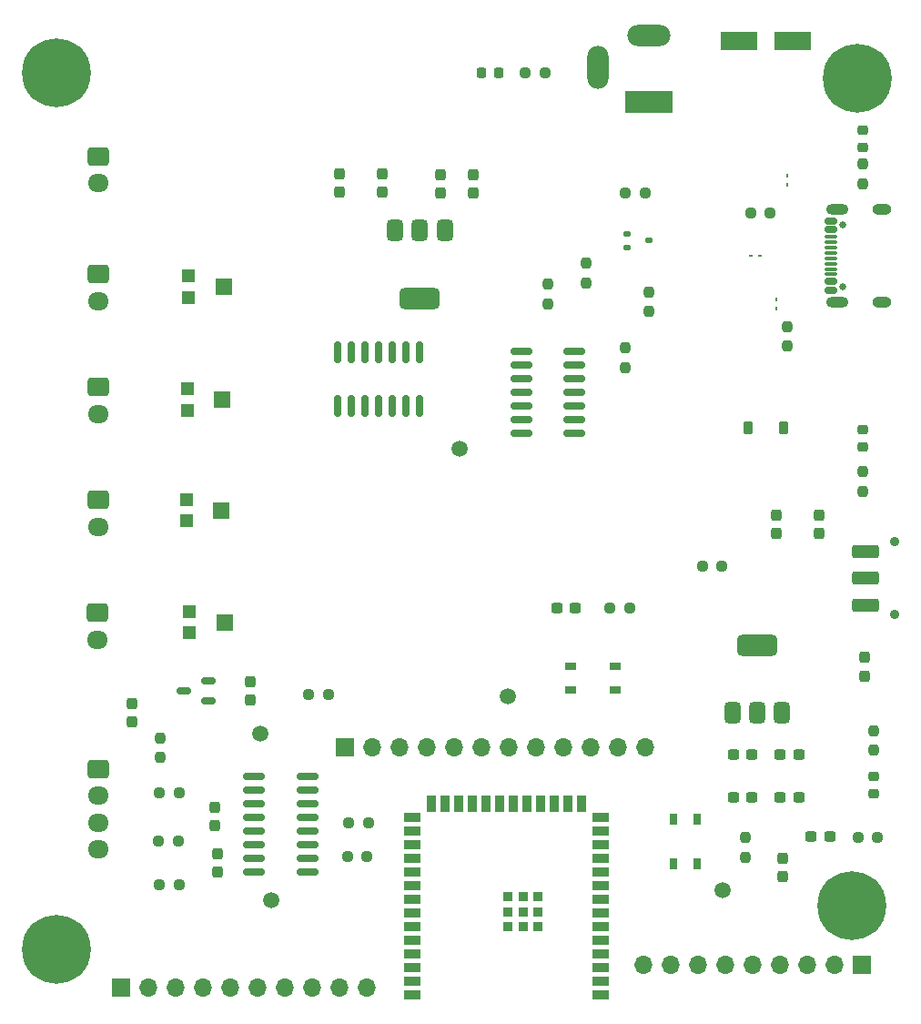
<source format=gbr>
%TF.GenerationSoftware,KiCad,Pcbnew,8.0.6*%
%TF.CreationDate,2024-11-20T22:28:01-08:00*%
%TF.ProjectId,project_rev5,70726f6a-6563-4745-9f72-6576352e6b69,REV5*%
%TF.SameCoordinates,Original*%
%TF.FileFunction,Soldermask,Top*%
%TF.FilePolarity,Negative*%
%FSLAX46Y46*%
G04 Gerber Fmt 4.6, Leading zero omitted, Abs format (unit mm)*
G04 Created by KiCad (PCBNEW 8.0.6) date 2024-11-20 22:28:01*
%MOMM*%
%LPD*%
G01*
G04 APERTURE LIST*
G04 Aperture macros list*
%AMRoundRect*
0 Rectangle with rounded corners*
0 $1 Rounding radius*
0 $2 $3 $4 $5 $6 $7 $8 $9 X,Y pos of 4 corners*
0 Add a 4 corners polygon primitive as box body*
4,1,4,$2,$3,$4,$5,$6,$7,$8,$9,$2,$3,0*
0 Add four circle primitives for the rounded corners*
1,1,$1+$1,$2,$3*
1,1,$1+$1,$4,$5*
1,1,$1+$1,$6,$7*
1,1,$1+$1,$8,$9*
0 Add four rect primitives between the rounded corners*
20,1,$1+$1,$2,$3,$4,$5,0*
20,1,$1+$1,$4,$5,$6,$7,0*
20,1,$1+$1,$6,$7,$8,$9,0*
20,1,$1+$1,$8,$9,$2,$3,0*%
G04 Aperture macros list end*
%ADD10O,2.000000X4.000000*%
%ADD11O,4.000000X2.000000*%
%ADD12R,4.500000X2.000000*%
%ADD13C,0.900000*%
%ADD14RoundRect,0.250000X1.000000X-0.375000X1.000000X0.375000X-1.000000X0.375000X-1.000000X-0.375000X0*%
%ADD15RoundRect,0.237500X-0.237500X0.250000X-0.237500X-0.250000X0.237500X-0.250000X0.237500X0.250000X0*%
%ADD16RoundRect,0.237500X0.250000X0.237500X-0.250000X0.237500X-0.250000X-0.237500X0.250000X-0.237500X0*%
%ADD17C,0.650000*%
%ADD18RoundRect,0.150000X0.425000X-0.150000X0.425000X0.150000X-0.425000X0.150000X-0.425000X-0.150000X0*%
%ADD19RoundRect,0.075000X0.500000X-0.075000X0.500000X0.075000X-0.500000X0.075000X-0.500000X-0.075000X0*%
%ADD20O,2.100000X1.000000*%
%ADD21O,1.800000X1.000000*%
%ADD22C,6.400000*%
%ADD23RoundRect,0.237500X0.237500X-0.300000X0.237500X0.300000X-0.237500X0.300000X-0.237500X-0.300000X0*%
%ADD24C,1.500000*%
%ADD25RoundRect,0.250000X-0.725000X0.600000X-0.725000X-0.600000X0.725000X-0.600000X0.725000X0.600000X0*%
%ADD26O,1.950000X1.700000*%
%ADD27RoundRect,0.237500X-0.250000X-0.237500X0.250000X-0.237500X0.250000X0.237500X-0.250000X0.237500X0*%
%ADD28RoundRect,0.218750X0.256250X-0.218750X0.256250X0.218750X-0.256250X0.218750X-0.256250X-0.218750X0*%
%ADD29R,1.200000X1.200000*%
%ADD30R,1.500000X1.600000*%
%ADD31RoundRect,0.218750X-0.218750X-0.256250X0.218750X-0.256250X0.218750X0.256250X-0.218750X0.256250X0*%
%ADD32R,1.700000X1.700000*%
%ADD33O,1.700000X1.700000*%
%ADD34RoundRect,0.150000X0.512500X0.150000X-0.512500X0.150000X-0.512500X-0.150000X0.512500X-0.150000X0*%
%ADD35RoundRect,0.237500X0.237500X-0.250000X0.237500X0.250000X-0.237500X0.250000X-0.237500X-0.250000X0*%
%ADD36RoundRect,0.218750X-0.256250X0.218750X-0.256250X-0.218750X0.256250X-0.218750X0.256250X0.218750X0*%
%ADD37RoundRect,0.375000X-0.375000X0.625000X-0.375000X-0.625000X0.375000X-0.625000X0.375000X0.625000X0*%
%ADD38RoundRect,0.500000X-1.400000X0.500000X-1.400000X-0.500000X1.400000X-0.500000X1.400000X0.500000X0*%
%ADD39R,0.660400X1.041400*%
%ADD40RoundRect,0.237500X-0.237500X0.300000X-0.237500X-0.300000X0.237500X-0.300000X0.237500X0.300000X0*%
%ADD41R,1.500000X0.900000*%
%ADD42R,0.900000X1.500000*%
%ADD43R,0.900000X0.900000*%
%ADD44R,1.041400X0.660400*%
%ADD45RoundRect,0.225000X-0.225000X-0.375000X0.225000X-0.375000X0.225000X0.375000X-0.225000X0.375000X0*%
%ADD46R,3.400000X1.800000*%
%ADD47RoundRect,0.062500X-0.062500X0.117500X-0.062500X-0.117500X0.062500X-0.117500X0.062500X0.117500X0*%
%ADD48RoundRect,0.150000X-0.825000X-0.150000X0.825000X-0.150000X0.825000X0.150000X-0.825000X0.150000X0*%
%ADD49RoundRect,0.237500X-0.300000X-0.237500X0.300000X-0.237500X0.300000X0.237500X-0.300000X0.237500X0*%
%ADD50RoundRect,0.112500X-0.237500X0.112500X-0.237500X-0.112500X0.237500X-0.112500X0.237500X0.112500X0*%
%ADD51RoundRect,0.150000X-0.150000X0.825000X-0.150000X-0.825000X0.150000X-0.825000X0.150000X0.825000X0*%
%ADD52RoundRect,0.062500X-0.117500X-0.062500X0.117500X-0.062500X0.117500X0.062500X-0.117500X0.062500X0*%
%ADD53RoundRect,0.150000X-0.850000X-0.150000X0.850000X-0.150000X0.850000X0.150000X-0.850000X0.150000X0*%
%ADD54RoundRect,0.375000X0.375000X-0.625000X0.375000X0.625000X-0.375000X0.625000X-0.375000X-0.625000X0*%
%ADD55RoundRect,0.500000X1.400000X-0.500000X1.400000X0.500000X-1.400000X0.500000X-1.400000X-0.500000X0*%
%ADD56RoundRect,0.237500X0.300000X0.237500X-0.300000X0.237500X-0.300000X-0.237500X0.300000X-0.237500X0*%
%ADD57RoundRect,0.062500X0.062500X-0.117500X0.062500X0.117500X-0.062500X0.117500X-0.062500X-0.117500X0*%
G04 APERTURE END LIST*
D10*
%TO.C,J1*%
X96400000Y-71500000D03*
D11*
X101100000Y-68500000D03*
D12*
X101100000Y-74700000D03*
%TD*%
D13*
%TO.C,SW4*%
X124000000Y-122400000D03*
X124000000Y-115600000D03*
D14*
X121250000Y-121500000D03*
X121250000Y-119000000D03*
X121250000Y-116500000D03*
%TD*%
D15*
%TO.C,R19*%
X121000000Y-109087500D03*
X121000000Y-110912500D03*
%TD*%
D16*
%TO.C,R7*%
X57412500Y-147500000D03*
X55587500Y-147500000D03*
%TD*%
D17*
%TO.C,J8*%
X119145000Y-91890000D03*
X119145000Y-86110000D03*
D18*
X118070000Y-92200000D03*
X118070000Y-91400000D03*
D19*
X118070000Y-90250000D03*
X118070000Y-89250000D03*
X118070000Y-88750000D03*
X118070000Y-87750000D03*
D18*
X118070000Y-86600000D03*
X118070000Y-85800000D03*
X118070000Y-85800000D03*
X118070000Y-86600000D03*
D19*
X118070000Y-87250000D03*
X118070000Y-88250000D03*
X118070000Y-89750000D03*
X118070000Y-90750000D03*
D18*
X118070000Y-91400000D03*
X118070000Y-92200000D03*
D20*
X118645000Y-93320000D03*
D21*
X122825000Y-93320000D03*
D20*
X118645000Y-84680000D03*
D21*
X122825000Y-84680000D03*
%TD*%
D16*
%TO.C,R9*%
X100782500Y-83140000D03*
X98957500Y-83140000D03*
%TD*%
D22*
%TO.C,H2*%
X120500000Y-72500000D03*
%TD*%
D23*
%TO.C,C3*%
X60770000Y-142042500D03*
X60770000Y-140317500D03*
%TD*%
D24*
%TO.C,TP_BOOT1*%
X88000000Y-130000000D03*
%TD*%
D25*
%TO.C,J2*%
X49900000Y-136750000D03*
D26*
X49900000Y-139250000D03*
X49900000Y-141750000D03*
X49900000Y-144250000D03*
%TD*%
D27*
%TO.C,R14*%
X120587500Y-143110000D03*
X122412500Y-143110000D03*
%TD*%
D28*
%TO.C,D6*%
X122000000Y-139055000D03*
X122000000Y-137480000D03*
%TD*%
D29*
%TO.C,RV1*%
X58300000Y-90900000D03*
D30*
X61550000Y-91900000D03*
D29*
X58300000Y-92900000D03*
%TD*%
D31*
%TO.C,D5*%
X85572500Y-72000000D03*
X87147500Y-72000000D03*
%TD*%
D22*
%TO.C,H3*%
X120000000Y-149500000D03*
%TD*%
D32*
%TO.C,J12*%
X72860000Y-134770000D03*
D33*
X75400000Y-134770000D03*
X77940000Y-134770000D03*
X80480000Y-134770000D03*
X83020000Y-134770000D03*
X85560000Y-134770000D03*
X88100000Y-134770000D03*
X90640000Y-134770000D03*
X93180000Y-134770000D03*
X95720000Y-134770000D03*
X98260000Y-134770000D03*
X100800000Y-134770000D03*
%TD*%
D24*
%TO.C,TP_AND1*%
X83500000Y-107000000D03*
%TD*%
D29*
%TO.C,RV4*%
X58400000Y-122100000D03*
D30*
X61650000Y-123100000D03*
D29*
X58400000Y-124100000D03*
%TD*%
D23*
%TO.C,C8*%
X84750000Y-81487500D03*
X84750000Y-83212500D03*
%TD*%
%TO.C,C5*%
X72300000Y-83112500D03*
X72300000Y-81387500D03*
%TD*%
D34*
%TO.C,Q2*%
X60137500Y-130450000D03*
X60137500Y-128550000D03*
X57862500Y-129500000D03*
%TD*%
D25*
%TO.C,J4*%
X49900000Y-101250000D03*
D26*
X49900000Y-103750000D03*
%TD*%
D23*
%TO.C,C7*%
X81750000Y-83212500D03*
X81750000Y-81487500D03*
%TD*%
D25*
%TO.C,J5*%
X49900000Y-111750000D03*
D26*
X49900000Y-114250000D03*
%TD*%
D35*
%TO.C,R21*%
X122000000Y-135000000D03*
X122000000Y-133175000D03*
%TD*%
D16*
%TO.C,R11*%
X71312500Y-129800000D03*
X69487500Y-129800000D03*
%TD*%
D36*
%TO.C,D8*%
X121000000Y-105212500D03*
X121000000Y-106787500D03*
%TD*%
D24*
%TO.C,TP_LCELL_VCC1*%
X66000000Y-149000000D03*
%TD*%
D16*
%TO.C,R17*%
X75022500Y-141740000D03*
X73197500Y-141740000D03*
%TD*%
D37*
%TO.C,U3*%
X82125000Y-86675000D03*
X79825000Y-86675000D03*
D38*
X79825000Y-92975000D03*
D37*
X77525000Y-86675000D03*
%TD*%
D32*
%TO.C,J10*%
X120940000Y-155000000D03*
D33*
X118400000Y-155000000D03*
X115860000Y-155000000D03*
X113320000Y-155000000D03*
X110780000Y-155000000D03*
X108240000Y-155000000D03*
X105700000Y-155000000D03*
X103160000Y-155000000D03*
X100620000Y-155000000D03*
%TD*%
D39*
%TO.C,SW3*%
X105575000Y-141425000D03*
X105575000Y-145575000D03*
X103425000Y-141425000D03*
X103425000Y-145575000D03*
%TD*%
D40*
%TO.C,C9*%
X121220000Y-126390000D03*
X121220000Y-128115000D03*
%TD*%
D25*
%TO.C,J3*%
X49900000Y-90750000D03*
D26*
X49900000Y-93250000D03*
%TD*%
D24*
%TO.C,TP_PU_EN1*%
X108000000Y-148000000D03*
%TD*%
D41*
%TO.C,U5*%
X96650000Y-157760000D03*
X96650000Y-156490000D03*
X96650000Y-155220000D03*
X96650000Y-153950000D03*
X96650000Y-152680000D03*
X96650000Y-151410000D03*
X96650000Y-150140000D03*
X96650000Y-148870000D03*
X96650000Y-147600000D03*
X96650000Y-146330000D03*
X96650000Y-145060000D03*
X96650000Y-143790000D03*
X96650000Y-142520000D03*
X96650000Y-141250000D03*
D42*
X94885000Y-140000000D03*
X93615000Y-140000000D03*
X92345000Y-140000000D03*
X91075000Y-140000000D03*
X89805000Y-140000000D03*
X88535000Y-140000000D03*
X87265000Y-140000000D03*
X85995000Y-140000000D03*
X84725000Y-140000000D03*
X83455000Y-140000000D03*
X82185000Y-140000000D03*
X80915000Y-140000000D03*
D41*
X79150000Y-141250000D03*
X79150000Y-142520000D03*
X79150000Y-143790000D03*
X79150000Y-145060000D03*
X79150000Y-146330000D03*
X79150000Y-147600000D03*
X79150000Y-148870000D03*
X79150000Y-150140000D03*
X79150000Y-151410000D03*
X79150000Y-152680000D03*
X79150000Y-153950000D03*
X79150000Y-155220000D03*
X79150000Y-156490000D03*
X79150000Y-157760000D03*
D43*
X90800000Y-151440000D03*
X90800000Y-150040000D03*
X90800000Y-148640000D03*
X90800000Y-148640000D03*
X89400000Y-151440000D03*
X89400000Y-151440000D03*
X89400000Y-150040000D03*
X89400000Y-148640000D03*
X88000000Y-151440000D03*
X88000000Y-150040000D03*
X88000000Y-148640000D03*
%TD*%
D23*
%TO.C,C12*%
X113550000Y-146800000D03*
X113550000Y-145075000D03*
%TD*%
%TO.C,C14*%
X117000000Y-114862500D03*
X117000000Y-113137500D03*
%TD*%
%TO.C,C1*%
X64000000Y-130362500D03*
X64000000Y-128637500D03*
%TD*%
D44*
%TO.C,SW2*%
X93825000Y-127225000D03*
X97975000Y-127225000D03*
X93825000Y-129375000D03*
X97975000Y-129375000D03*
%TD*%
D35*
%TO.C,R2*%
X114000000Y-97412500D03*
X114000000Y-95587500D03*
%TD*%
D45*
%TO.C,D1*%
X110350000Y-105000000D03*
X113650000Y-105000000D03*
%TD*%
D25*
%TO.C,J6*%
X49800000Y-122250000D03*
D26*
X49800000Y-124750000D03*
%TD*%
D35*
%TO.C,R1*%
X91750000Y-93475000D03*
X91750000Y-91650000D03*
%TD*%
D46*
%TO.C,TP1*%
X109500000Y-69000000D03*
%TD*%
D29*
%TO.C,RV2*%
X58200000Y-101400000D03*
D30*
X61450000Y-102400000D03*
D29*
X58200000Y-103400000D03*
%TD*%
D22*
%TO.C,H1*%
X46000000Y-72000000D03*
%TD*%
D35*
%TO.C,R3*%
X95250000Y-91518750D03*
X95250000Y-89693750D03*
%TD*%
D16*
%TO.C,R6*%
X57312500Y-143500000D03*
X55487500Y-143500000D03*
%TD*%
D15*
%TO.C,R22*%
X98900000Y-97575000D03*
X98900000Y-99400000D03*
%TD*%
D22*
%TO.C,H4*%
X46000000Y-153500000D03*
%TD*%
D47*
%TO.C,D2*%
X114000000Y-82420000D03*
X114000000Y-81580000D03*
%TD*%
D16*
%TO.C,R16*%
X74902500Y-144940000D03*
X73077500Y-144940000D03*
%TD*%
D35*
%TO.C,R15*%
X110140000Y-144962500D03*
X110140000Y-143137500D03*
%TD*%
D48*
%TO.C,U2*%
X89275000Y-97940000D03*
X89275000Y-99210000D03*
X89275000Y-100480000D03*
X89275000Y-101750000D03*
X89275000Y-103020000D03*
X89275000Y-104290000D03*
X89275000Y-105560000D03*
X94225000Y-105560000D03*
X94225000Y-104290000D03*
X94225000Y-103020000D03*
X94225000Y-101750000D03*
X94225000Y-100480000D03*
X94225000Y-99210000D03*
X94225000Y-97940000D03*
%TD*%
D25*
%TO.C,J7*%
X49900000Y-79750000D03*
D26*
X49900000Y-82250000D03*
%TD*%
D23*
%TO.C,C6*%
X76300000Y-83112500D03*
X76300000Y-81387500D03*
%TD*%
D36*
%TO.C,D7*%
X121000000Y-77337500D03*
X121000000Y-78912500D03*
%TD*%
D23*
%TO.C,C4*%
X61000000Y-146362500D03*
X61000000Y-144637500D03*
%TD*%
D46*
%TO.C,TP2*%
X114500000Y-69000000D03*
%TD*%
D27*
%TO.C,R13*%
X97487500Y-121800000D03*
X99312500Y-121800000D03*
%TD*%
D49*
%TO.C,C15*%
X113357500Y-139390000D03*
X115082500Y-139390000D03*
%TD*%
D23*
%TO.C,C2*%
X53000000Y-132362500D03*
X53000000Y-130637500D03*
%TD*%
D27*
%TO.C,R8*%
X110587500Y-85000000D03*
X112412500Y-85000000D03*
%TD*%
D23*
%TO.C,C13*%
X113000000Y-114862500D03*
X113000000Y-113137500D03*
%TD*%
D50*
%TO.C,Q1*%
X99100000Y-86950000D03*
X99100000Y-88250000D03*
X101100000Y-87600000D03*
%TD*%
D15*
%TO.C,R18*%
X121000000Y-80500000D03*
X121000000Y-82325000D03*
%TD*%
D32*
%TO.C,J11*%
X52050000Y-157120000D03*
D33*
X54590000Y-157120000D03*
X57130000Y-157120000D03*
X59670000Y-157120000D03*
X62210000Y-157120000D03*
X64750000Y-157120000D03*
X67290000Y-157120000D03*
X69830000Y-157120000D03*
X72370000Y-157120000D03*
X74910000Y-157120000D03*
%TD*%
D49*
%TO.C,C16*%
X113357500Y-135390000D03*
X115082500Y-135390000D03*
%TD*%
D24*
%TO.C,TP_ADC2*%
X65000000Y-133500000D03*
%TD*%
D51*
%TO.C,U4*%
X79810000Y-98025000D03*
X78540000Y-98025000D03*
X77270000Y-98025000D03*
X76000000Y-98025000D03*
X74730000Y-98025000D03*
X73460000Y-98025000D03*
X72190000Y-98025000D03*
X72190000Y-102975000D03*
X73460000Y-102975000D03*
X74730000Y-102975000D03*
X76000000Y-102975000D03*
X77270000Y-102975000D03*
X78540000Y-102975000D03*
X79810000Y-102975000D03*
%TD*%
D52*
%TO.C,D4*%
X111420000Y-89000000D03*
X110580000Y-89000000D03*
%TD*%
D27*
%TO.C,R12*%
X106097500Y-117890000D03*
X107922500Y-117890000D03*
%TD*%
%TO.C,R20*%
X89615000Y-72000000D03*
X91440000Y-72000000D03*
%TD*%
D53*
%TO.C,U1*%
X64390000Y-137410000D03*
X64390000Y-138680000D03*
X64390000Y-139950000D03*
X64390000Y-141220000D03*
X64390000Y-142490000D03*
X64390000Y-143760000D03*
X64390000Y-145030000D03*
X64390000Y-146300000D03*
X69390000Y-146300000D03*
X69390000Y-145030000D03*
X69390000Y-143760000D03*
X69390000Y-142490000D03*
X69390000Y-141220000D03*
X69390000Y-139950000D03*
X69390000Y-138680000D03*
X69390000Y-137410000D03*
%TD*%
D35*
%TO.C,R10*%
X101100000Y-94212500D03*
X101100000Y-92387500D03*
%TD*%
D54*
%TO.C,U6*%
X108920000Y-131540000D03*
X111220000Y-131540000D03*
D55*
X111220000Y-125240000D03*
D54*
X113520000Y-131540000D03*
%TD*%
D56*
%TO.C,C17*%
X110720000Y-135390000D03*
X108995000Y-135390000D03*
%TD*%
%TO.C,C18*%
X110720000Y-139390000D03*
X108995000Y-139390000D03*
%TD*%
D35*
%TO.C,R4*%
X55700000Y-135700000D03*
X55700000Y-133875000D03*
%TD*%
D27*
%TO.C,R5*%
X55587500Y-139000000D03*
X57412500Y-139000000D03*
%TD*%
D29*
%TO.C,RV3*%
X58100000Y-111700000D03*
D30*
X61350000Y-112700000D03*
D29*
X58100000Y-113700000D03*
%TD*%
D49*
%TO.C,C11*%
X116217500Y-143000000D03*
X117942500Y-143000000D03*
%TD*%
%TO.C,C10*%
X92537500Y-121800000D03*
X94262500Y-121800000D03*
%TD*%
D57*
%TO.C,D3*%
X113000000Y-93080000D03*
X113000000Y-93920000D03*
%TD*%
M02*

</source>
